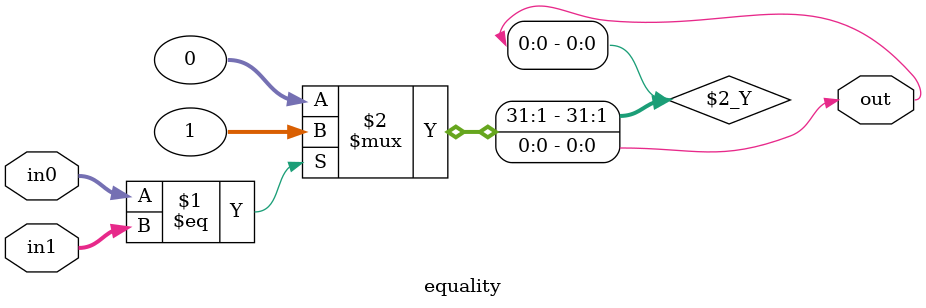
<source format=v>
module equality#(parameter w=16)(
  input [w-1:0] in0, in1,
  output out
  );
  assign out = (in0==in1)?1:0;
endmodule

</source>
